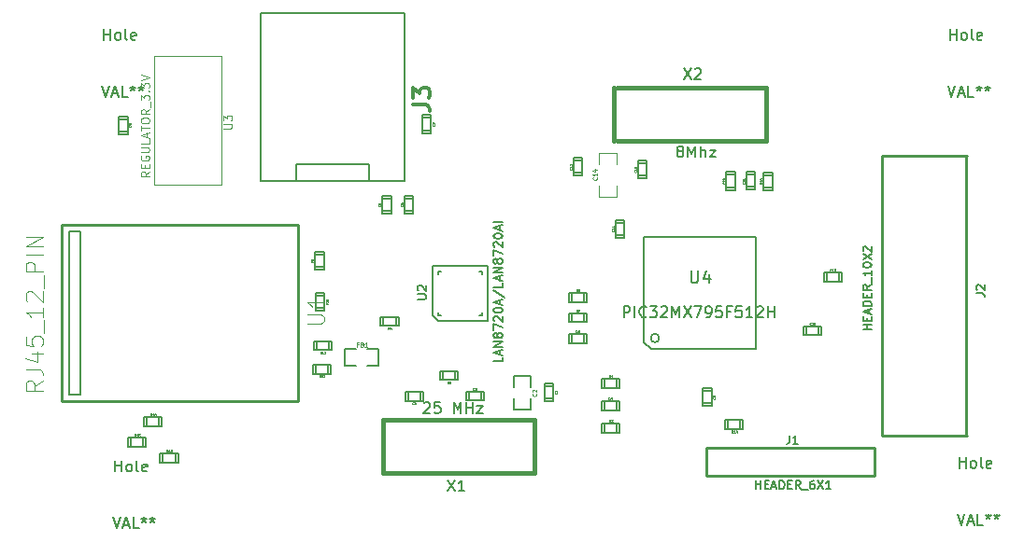
<source format=gto>
G04 (created by PCBNEW (2013-08-24 BZR 4298)-stable) date Wed 06 Nov 2013 10:08:36 PM PST*
%MOIN*%
G04 Gerber Fmt 3.4, Leading zero omitted, Abs format*
%FSLAX34Y34*%
G01*
G70*
G90*
G04 APERTURE LIST*
%ADD10C,0.005906*%
%ADD11C,0.005000*%
%ADD12C,0.010000*%
%ADD13C,0.007900*%
%ADD14C,0.003900*%
%ADD15C,0.015000*%
%ADD16C,0.008000*%
%ADD17C,0.005900*%
%ADD18C,0.001600*%
%ADD19C,0.007500*%
%ADD20C,0.012000*%
%ADD21C,0.003700*%
%ADD22C,0.006000*%
%ADD23C,0.007874*%
G04 APERTURE END LIST*
G54D10*
G54D11*
X15881Y-46758D02*
X15881Y-46438D01*
X15441Y-46448D02*
X15441Y-46758D01*
X15341Y-46438D02*
X15981Y-46438D01*
X15981Y-46438D02*
X15981Y-46758D01*
X15981Y-46758D02*
X15341Y-46758D01*
X15341Y-46758D02*
X15341Y-46438D01*
X15314Y-47494D02*
X15314Y-47174D01*
X14874Y-47184D02*
X14874Y-47494D01*
X14774Y-47174D02*
X15414Y-47174D01*
X15414Y-47174D02*
X15414Y-47494D01*
X15414Y-47494D02*
X14774Y-47494D01*
X14774Y-47494D02*
X14774Y-47174D01*
X36181Y-46532D02*
X36181Y-46852D01*
X36621Y-46842D02*
X36621Y-46532D01*
X36721Y-46852D02*
X36081Y-46852D01*
X36081Y-46852D02*
X36081Y-46532D01*
X36081Y-46532D02*
X36721Y-46532D01*
X36721Y-46532D02*
X36721Y-46852D01*
X16460Y-48049D02*
X16460Y-47729D01*
X16020Y-47739D02*
X16020Y-48049D01*
X15920Y-47729D02*
X16560Y-47729D01*
X16560Y-47729D02*
X16560Y-48049D01*
X16560Y-48049D02*
X15920Y-48049D01*
X15920Y-48049D02*
X15920Y-47729D01*
X21468Y-44560D02*
X21468Y-44880D01*
X21908Y-44870D02*
X21908Y-44560D01*
X22008Y-44880D02*
X21368Y-44880D01*
X21368Y-44880D02*
X21368Y-44560D01*
X21368Y-44560D02*
X22008Y-44560D01*
X22008Y-44560D02*
X22008Y-44880D01*
X21500Y-43710D02*
X21500Y-44030D01*
X21940Y-44020D02*
X21940Y-43710D01*
X22040Y-44030D02*
X21400Y-44030D01*
X21400Y-44030D02*
X21400Y-43710D01*
X21400Y-43710D02*
X22040Y-43710D01*
X22040Y-43710D02*
X22040Y-44030D01*
X21458Y-42531D02*
X21778Y-42531D01*
X21768Y-42091D02*
X21458Y-42091D01*
X21778Y-41991D02*
X21778Y-42631D01*
X21778Y-42631D02*
X21458Y-42631D01*
X21458Y-42631D02*
X21458Y-41991D01*
X21458Y-41991D02*
X21778Y-41991D01*
X21758Y-40618D02*
X21438Y-40618D01*
X21448Y-41058D02*
X21758Y-41058D01*
X21438Y-41158D02*
X21438Y-40518D01*
X21438Y-40518D02*
X21758Y-40518D01*
X21758Y-40518D02*
X21758Y-41158D01*
X21758Y-41158D02*
X21438Y-41158D01*
X31031Y-43793D02*
X31031Y-43473D01*
X30591Y-43483D02*
X30591Y-43793D01*
X30491Y-43473D02*
X31131Y-43473D01*
X31131Y-43473D02*
X31131Y-43793D01*
X31131Y-43793D02*
X30491Y-43793D01*
X30491Y-43793D02*
X30491Y-43473D01*
X31042Y-43041D02*
X31042Y-42721D01*
X30602Y-42731D02*
X30602Y-43041D01*
X30502Y-42721D02*
X31142Y-42721D01*
X31142Y-42721D02*
X31142Y-43041D01*
X31142Y-43041D02*
X30502Y-43041D01*
X30502Y-43041D02*
X30502Y-42721D01*
X31042Y-42321D02*
X31042Y-42001D01*
X30602Y-42011D02*
X30602Y-42321D01*
X30502Y-42001D02*
X31142Y-42001D01*
X31142Y-42001D02*
X31142Y-42321D01*
X31142Y-42321D02*
X30502Y-42321D01*
X30502Y-42321D02*
X30502Y-42001D01*
X26000Y-44780D02*
X26000Y-45100D01*
X26440Y-45090D02*
X26440Y-44780D01*
X26540Y-45100D02*
X25900Y-45100D01*
X25900Y-45100D02*
X25900Y-44780D01*
X25900Y-44780D02*
X26540Y-44780D01*
X26540Y-44780D02*
X26540Y-45100D01*
X32216Y-46990D02*
X32216Y-46670D01*
X31776Y-46680D02*
X31776Y-46990D01*
X31676Y-46670D02*
X32316Y-46670D01*
X32316Y-46670D02*
X32316Y-46990D01*
X32316Y-46990D02*
X31676Y-46990D01*
X31676Y-46990D02*
X31676Y-46670D01*
X32200Y-46195D02*
X32200Y-45875D01*
X31760Y-45885D02*
X31760Y-46195D01*
X31660Y-45875D02*
X32300Y-45875D01*
X32300Y-45875D02*
X32300Y-46195D01*
X32300Y-46195D02*
X31660Y-46195D01*
X31660Y-46195D02*
X31660Y-45875D01*
X32204Y-45392D02*
X32204Y-45072D01*
X31764Y-45082D02*
X31764Y-45392D01*
X31664Y-45072D02*
X32304Y-45072D01*
X32304Y-45072D02*
X32304Y-45392D01*
X32304Y-45392D02*
X31664Y-45392D01*
X31664Y-45392D02*
X31664Y-45072D01*
G54D12*
X41401Y-47531D02*
X35401Y-47531D01*
X41401Y-47531D02*
X41401Y-48531D01*
X41407Y-48537D02*
X35395Y-48537D01*
X35395Y-48537D02*
X35395Y-47529D01*
G54D11*
X37148Y-37768D02*
X36828Y-37768D01*
X36838Y-38208D02*
X37148Y-38208D01*
X36828Y-38308D02*
X36828Y-37668D01*
X36828Y-37668D02*
X37148Y-37668D01*
X37148Y-37668D02*
X37148Y-38308D01*
X37148Y-38308D02*
X36828Y-38308D01*
X36439Y-37772D02*
X36119Y-37772D01*
X36129Y-38212D02*
X36439Y-38212D01*
X36119Y-38312D02*
X36119Y-37672D01*
X36119Y-37672D02*
X36439Y-37672D01*
X36439Y-37672D02*
X36439Y-38312D01*
X36439Y-38312D02*
X36119Y-38312D01*
X33289Y-37358D02*
X32969Y-37358D01*
X32979Y-37798D02*
X33289Y-37798D01*
X32969Y-37898D02*
X32969Y-37258D01*
X32969Y-37258D02*
X33289Y-37258D01*
X33289Y-37258D02*
X33289Y-37898D01*
X33289Y-37898D02*
X32969Y-37898D01*
X37770Y-37783D02*
X37450Y-37783D01*
X37460Y-38223D02*
X37770Y-38223D01*
X37450Y-38323D02*
X37450Y-37683D01*
X37450Y-37683D02*
X37770Y-37683D01*
X37770Y-37683D02*
X37770Y-38323D01*
X37770Y-38323D02*
X37450Y-38323D01*
X30986Y-37260D02*
X30666Y-37260D01*
X30676Y-37700D02*
X30986Y-37700D01*
X30666Y-37800D02*
X30666Y-37160D01*
X30666Y-37160D02*
X30986Y-37160D01*
X30986Y-37160D02*
X30986Y-37800D01*
X30986Y-37800D02*
X30666Y-37800D01*
X40133Y-41593D02*
X40133Y-41273D01*
X39693Y-41283D02*
X39693Y-41593D01*
X39593Y-41273D02*
X40233Y-41273D01*
X40233Y-41273D02*
X40233Y-41593D01*
X40233Y-41593D02*
X39593Y-41593D01*
X39593Y-41593D02*
X39593Y-41273D01*
X32478Y-39476D02*
X32158Y-39476D01*
X32168Y-39916D02*
X32478Y-39916D01*
X32158Y-40016D02*
X32158Y-39376D01*
X32158Y-39376D02*
X32478Y-39376D01*
X32478Y-39376D02*
X32478Y-40016D01*
X32478Y-40016D02*
X32158Y-40016D01*
X39408Y-43502D02*
X39408Y-43182D01*
X38968Y-43192D02*
X38968Y-43502D01*
X38868Y-43182D02*
X39508Y-43182D01*
X39508Y-43182D02*
X39508Y-43502D01*
X39508Y-43502D02*
X38868Y-43502D01*
X38868Y-43502D02*
X38868Y-43182D01*
X14440Y-36220D02*
X14760Y-36220D01*
X14750Y-35780D02*
X14440Y-35780D01*
X14760Y-35680D02*
X14760Y-36320D01*
X14760Y-36320D02*
X14440Y-36320D01*
X14440Y-36320D02*
X14440Y-35680D01*
X14440Y-35680D02*
X14760Y-35680D01*
X35273Y-45940D02*
X35593Y-45940D01*
X35583Y-45500D02*
X35273Y-45500D01*
X35593Y-45400D02*
X35593Y-46040D01*
X35593Y-46040D02*
X35273Y-46040D01*
X35273Y-46040D02*
X35273Y-45400D01*
X35273Y-45400D02*
X35593Y-45400D01*
X25261Y-36180D02*
X25581Y-36180D01*
X25571Y-35740D02*
X25261Y-35740D01*
X25581Y-35640D02*
X25581Y-36280D01*
X25581Y-36280D02*
X25261Y-36280D01*
X25261Y-36280D02*
X25261Y-35640D01*
X25261Y-35640D02*
X25581Y-35640D01*
X24163Y-38622D02*
X23843Y-38622D01*
X23853Y-39062D02*
X24163Y-39062D01*
X23843Y-39162D02*
X23843Y-38522D01*
X23843Y-38522D02*
X24163Y-38522D01*
X24163Y-38522D02*
X24163Y-39162D01*
X24163Y-39162D02*
X23843Y-39162D01*
X24947Y-38614D02*
X24627Y-38614D01*
X24637Y-39054D02*
X24947Y-39054D01*
X24627Y-39154D02*
X24627Y-38514D01*
X24627Y-38514D02*
X24947Y-38514D01*
X24947Y-38514D02*
X24947Y-39154D01*
X24947Y-39154D02*
X24627Y-39154D01*
X24760Y-45528D02*
X24760Y-45848D01*
X25200Y-45838D02*
X25200Y-45528D01*
X25300Y-45848D02*
X24660Y-45848D01*
X24660Y-45848D02*
X24660Y-45528D01*
X24660Y-45528D02*
X25300Y-45528D01*
X25300Y-45528D02*
X25300Y-45848D01*
X27365Y-45841D02*
X27365Y-45521D01*
X26925Y-45531D02*
X26925Y-45841D01*
X26825Y-45521D02*
X27465Y-45521D01*
X27465Y-45521D02*
X27465Y-45841D01*
X27465Y-45841D02*
X26825Y-45841D01*
X26825Y-45841D02*
X26825Y-45521D01*
X29623Y-45767D02*
X29943Y-45767D01*
X29933Y-45327D02*
X29623Y-45327D01*
X29943Y-45227D02*
X29943Y-45867D01*
X29943Y-45867D02*
X29623Y-45867D01*
X29623Y-45867D02*
X29623Y-45227D01*
X29623Y-45227D02*
X29943Y-45227D01*
X23366Y-37992D02*
X23366Y-37381D01*
X23366Y-37381D02*
X20767Y-37381D01*
X20767Y-37381D02*
X20767Y-37982D01*
G54D13*
X24626Y-32008D02*
X24626Y-37992D01*
X24626Y-37992D02*
X19506Y-37992D01*
X19506Y-37992D02*
X19506Y-32008D01*
X19506Y-32008D02*
X24626Y-32008D01*
G54D10*
X13082Y-39787D02*
X12688Y-39787D01*
X12688Y-39787D02*
X12688Y-45614D01*
X12688Y-45614D02*
X13082Y-45614D01*
X13082Y-45614D02*
X13082Y-39787D01*
G54D12*
X20838Y-39551D02*
X20838Y-45850D01*
X20838Y-45850D02*
X12413Y-45850D01*
X12413Y-45850D02*
X12413Y-39551D01*
X12413Y-39551D02*
X20838Y-39551D01*
G54D14*
X18097Y-33538D02*
X18097Y-38138D01*
X18097Y-38138D02*
X15697Y-38138D01*
X15697Y-38138D02*
X15697Y-33538D01*
X15697Y-33538D02*
X18097Y-33538D01*
G54D11*
X28530Y-45355D02*
X28530Y-44955D01*
X28530Y-44955D02*
X29130Y-44955D01*
X29130Y-44955D02*
X29130Y-45355D01*
X29130Y-45755D02*
X29130Y-46155D01*
X29130Y-46155D02*
X28530Y-46155D01*
X28530Y-46155D02*
X28530Y-45755D01*
X22914Y-44603D02*
X22514Y-44603D01*
X22514Y-44603D02*
X22514Y-44003D01*
X22514Y-44003D02*
X22914Y-44003D01*
X23314Y-44003D02*
X23714Y-44003D01*
X23714Y-44003D02*
X23714Y-44603D01*
X23714Y-44603D02*
X23314Y-44603D01*
G54D15*
X37540Y-34654D02*
X37540Y-36546D01*
X32112Y-34660D02*
X32112Y-36552D01*
X32228Y-36546D02*
X37430Y-36546D01*
X32226Y-34648D02*
X37428Y-34648D01*
X23860Y-48416D02*
X23860Y-46524D01*
X29288Y-48410D02*
X29288Y-46518D01*
X29172Y-46524D02*
X23970Y-46524D01*
X29174Y-48422D02*
X23972Y-48422D01*
G54D16*
X33723Y-43603D02*
G75*
G03X33723Y-43603I-150J0D01*
G74*
G01*
X37173Y-40003D02*
X33173Y-40003D01*
X33173Y-40003D02*
X33173Y-43753D01*
X33173Y-43753D02*
X33423Y-44003D01*
X33423Y-44003D02*
X37173Y-44003D01*
X37173Y-44003D02*
X37173Y-40003D01*
G54D14*
X32203Y-38169D02*
X32203Y-38569D01*
X32189Y-38571D02*
X31589Y-38571D01*
X31565Y-38571D02*
X31565Y-38171D01*
X31563Y-37387D02*
X31563Y-36987D01*
X31589Y-36981D02*
X32189Y-36981D01*
X32211Y-36983D02*
X32211Y-37383D01*
G54D12*
X41714Y-37106D02*
X44714Y-37106D01*
X41685Y-37106D02*
X41685Y-47106D01*
X44685Y-37106D02*
X44685Y-47106D01*
X44714Y-47106D02*
X41714Y-47106D01*
G54D11*
X23886Y-42855D02*
X23886Y-43175D01*
X24326Y-43165D02*
X24326Y-42855D01*
X24426Y-43175D02*
X23786Y-43175D01*
X23786Y-43175D02*
X23786Y-42855D01*
X23786Y-42855D02*
X24426Y-42855D01*
X24426Y-42855D02*
X24426Y-43175D01*
G54D17*
X25638Y-42803D02*
X25638Y-41039D01*
X25834Y-42999D02*
X27598Y-42999D01*
X25834Y-42999D02*
X25638Y-42803D01*
G54D13*
X25932Y-42803D02*
X25834Y-42803D01*
X25834Y-42803D02*
X25834Y-42705D01*
X27402Y-42705D02*
X27402Y-42803D01*
X27402Y-42803D02*
X27304Y-42803D01*
X27304Y-41235D02*
X27402Y-41235D01*
X27402Y-41235D02*
X27402Y-41333D01*
X25834Y-41333D02*
X25834Y-41235D01*
X25834Y-41235D02*
X25932Y-41235D01*
G54D17*
X27598Y-41039D02*
X27598Y-42999D01*
X25638Y-41039D02*
X27598Y-41039D01*
G54D18*
X15610Y-46384D02*
X15584Y-46346D01*
X15565Y-46384D02*
X15565Y-46305D01*
X15595Y-46305D01*
X15603Y-46308D01*
X15606Y-46312D01*
X15610Y-46320D01*
X15610Y-46331D01*
X15606Y-46339D01*
X15603Y-46342D01*
X15595Y-46346D01*
X15565Y-46346D01*
X15685Y-46384D02*
X15640Y-46384D01*
X15663Y-46384D02*
X15663Y-46305D01*
X15655Y-46316D01*
X15648Y-46323D01*
X15640Y-46327D01*
X15753Y-46305D02*
X15738Y-46305D01*
X15731Y-46308D01*
X15727Y-46312D01*
X15719Y-46323D01*
X15715Y-46339D01*
X15715Y-46369D01*
X15719Y-46376D01*
X15723Y-46380D01*
X15731Y-46384D01*
X15746Y-46384D01*
X15753Y-46380D01*
X15757Y-46376D01*
X15761Y-46369D01*
X15761Y-46350D01*
X15757Y-46342D01*
X15753Y-46339D01*
X15746Y-46335D01*
X15731Y-46335D01*
X15723Y-46339D01*
X15719Y-46342D01*
X15715Y-46350D01*
X15043Y-47120D02*
X15017Y-47082D01*
X14998Y-47120D02*
X14998Y-47041D01*
X15028Y-47041D01*
X15036Y-47045D01*
X15039Y-47048D01*
X15043Y-47056D01*
X15043Y-47067D01*
X15039Y-47075D01*
X15036Y-47079D01*
X15028Y-47082D01*
X14998Y-47082D01*
X15118Y-47120D02*
X15073Y-47120D01*
X15096Y-47120D02*
X15096Y-47041D01*
X15088Y-47052D01*
X15081Y-47060D01*
X15073Y-47063D01*
X15190Y-47041D02*
X15152Y-47041D01*
X15149Y-47079D01*
X15152Y-47075D01*
X15160Y-47071D01*
X15179Y-47071D01*
X15186Y-47075D01*
X15190Y-47079D01*
X15194Y-47086D01*
X15194Y-47105D01*
X15190Y-47112D01*
X15186Y-47116D01*
X15179Y-47120D01*
X15160Y-47120D01*
X15152Y-47116D01*
X15149Y-47112D01*
X36350Y-46978D02*
X36324Y-46941D01*
X36305Y-46978D02*
X36305Y-46899D01*
X36335Y-46899D01*
X36343Y-46903D01*
X36347Y-46907D01*
X36350Y-46914D01*
X36350Y-46925D01*
X36347Y-46933D01*
X36343Y-46937D01*
X36335Y-46941D01*
X36305Y-46941D01*
X36426Y-46978D02*
X36380Y-46978D01*
X36403Y-46978D02*
X36403Y-46899D01*
X36395Y-46910D01*
X36388Y-46918D01*
X36380Y-46922D01*
X36493Y-46925D02*
X36493Y-46978D01*
X36474Y-46895D02*
X36456Y-46952D01*
X36505Y-46952D01*
X16189Y-47675D02*
X16163Y-47637D01*
X16144Y-47675D02*
X16144Y-47596D01*
X16174Y-47596D01*
X16181Y-47600D01*
X16185Y-47604D01*
X16189Y-47611D01*
X16189Y-47622D01*
X16185Y-47630D01*
X16181Y-47634D01*
X16174Y-47637D01*
X16144Y-47637D01*
X16264Y-47675D02*
X16219Y-47675D01*
X16242Y-47675D02*
X16242Y-47596D01*
X16234Y-47607D01*
X16226Y-47615D01*
X16219Y-47619D01*
X16290Y-47596D02*
X16339Y-47596D01*
X16313Y-47626D01*
X16324Y-47626D01*
X16332Y-47630D01*
X16336Y-47634D01*
X16339Y-47641D01*
X16339Y-47660D01*
X16336Y-47667D01*
X16332Y-47671D01*
X16324Y-47675D01*
X16302Y-47675D01*
X16294Y-47671D01*
X16290Y-47667D01*
X21638Y-45006D02*
X21611Y-44968D01*
X21593Y-45006D02*
X21593Y-44927D01*
X21623Y-44927D01*
X21630Y-44930D01*
X21634Y-44934D01*
X21638Y-44942D01*
X21638Y-44953D01*
X21634Y-44961D01*
X21630Y-44964D01*
X21623Y-44968D01*
X21593Y-44968D01*
X21713Y-45006D02*
X21668Y-45006D01*
X21690Y-45006D02*
X21690Y-44927D01*
X21683Y-44938D01*
X21675Y-44946D01*
X21668Y-44949D01*
X21743Y-44934D02*
X21747Y-44930D01*
X21754Y-44927D01*
X21773Y-44927D01*
X21781Y-44930D01*
X21784Y-44934D01*
X21788Y-44942D01*
X21788Y-44949D01*
X21784Y-44961D01*
X21739Y-45006D01*
X21788Y-45006D01*
X21669Y-44155D02*
X21643Y-44118D01*
X21624Y-44155D02*
X21624Y-44076D01*
X21654Y-44076D01*
X21662Y-44080D01*
X21665Y-44084D01*
X21669Y-44091D01*
X21669Y-44103D01*
X21665Y-44110D01*
X21662Y-44114D01*
X21654Y-44118D01*
X21624Y-44118D01*
X21744Y-44155D02*
X21699Y-44155D01*
X21722Y-44155D02*
X21722Y-44076D01*
X21714Y-44088D01*
X21707Y-44095D01*
X21699Y-44099D01*
X21820Y-44155D02*
X21775Y-44155D01*
X21797Y-44155D02*
X21797Y-44076D01*
X21790Y-44088D01*
X21782Y-44095D01*
X21775Y-44099D01*
X21903Y-42361D02*
X21866Y-42388D01*
X21903Y-42406D02*
X21824Y-42406D01*
X21824Y-42376D01*
X21828Y-42369D01*
X21832Y-42365D01*
X21839Y-42361D01*
X21851Y-42361D01*
X21858Y-42365D01*
X21862Y-42369D01*
X21866Y-42376D01*
X21866Y-42406D01*
X21903Y-42286D02*
X21903Y-42331D01*
X21903Y-42309D02*
X21824Y-42309D01*
X21836Y-42316D01*
X21843Y-42324D01*
X21847Y-42331D01*
X21824Y-42237D02*
X21824Y-42230D01*
X21828Y-42222D01*
X21832Y-42218D01*
X21839Y-42215D01*
X21854Y-42211D01*
X21873Y-42211D01*
X21888Y-42215D01*
X21896Y-42218D01*
X21900Y-42222D01*
X21903Y-42230D01*
X21903Y-42237D01*
X21900Y-42245D01*
X21896Y-42248D01*
X21888Y-42252D01*
X21873Y-42256D01*
X21854Y-42256D01*
X21839Y-42252D01*
X21832Y-42248D01*
X21828Y-42245D01*
X21824Y-42237D01*
X21384Y-40851D02*
X21346Y-40878D01*
X21384Y-40896D02*
X21305Y-40896D01*
X21305Y-40866D01*
X21308Y-40859D01*
X21312Y-40855D01*
X21320Y-40851D01*
X21331Y-40851D01*
X21339Y-40855D01*
X21342Y-40859D01*
X21346Y-40866D01*
X21346Y-40896D01*
X21384Y-40814D02*
X21384Y-40799D01*
X21380Y-40791D01*
X21376Y-40787D01*
X21365Y-40780D01*
X21350Y-40776D01*
X21320Y-40776D01*
X21312Y-40780D01*
X21308Y-40784D01*
X21305Y-40791D01*
X21305Y-40806D01*
X21308Y-40814D01*
X21312Y-40817D01*
X21320Y-40821D01*
X21339Y-40821D01*
X21346Y-40817D01*
X21350Y-40814D01*
X21354Y-40806D01*
X21354Y-40791D01*
X21350Y-40784D01*
X21346Y-40780D01*
X21339Y-40776D01*
X30797Y-43419D02*
X30771Y-43381D01*
X30752Y-43419D02*
X30752Y-43340D01*
X30782Y-43340D01*
X30790Y-43344D01*
X30794Y-43348D01*
X30797Y-43355D01*
X30797Y-43366D01*
X30794Y-43374D01*
X30790Y-43378D01*
X30782Y-43381D01*
X30752Y-43381D01*
X30843Y-43374D02*
X30835Y-43370D01*
X30831Y-43366D01*
X30827Y-43359D01*
X30827Y-43355D01*
X30831Y-43348D01*
X30835Y-43344D01*
X30843Y-43340D01*
X30858Y-43340D01*
X30865Y-43344D01*
X30869Y-43348D01*
X30873Y-43355D01*
X30873Y-43359D01*
X30869Y-43366D01*
X30865Y-43370D01*
X30858Y-43374D01*
X30843Y-43374D01*
X30835Y-43378D01*
X30831Y-43381D01*
X30827Y-43389D01*
X30827Y-43404D01*
X30831Y-43412D01*
X30835Y-43415D01*
X30843Y-43419D01*
X30858Y-43419D01*
X30865Y-43415D01*
X30869Y-43412D01*
X30873Y-43404D01*
X30873Y-43389D01*
X30869Y-43381D01*
X30865Y-43378D01*
X30858Y-43374D01*
X30809Y-42667D02*
X30783Y-42630D01*
X30764Y-42667D02*
X30764Y-42588D01*
X30794Y-42588D01*
X30802Y-42592D01*
X30805Y-42596D01*
X30809Y-42603D01*
X30809Y-42614D01*
X30805Y-42622D01*
X30802Y-42626D01*
X30794Y-42630D01*
X30764Y-42630D01*
X30836Y-42588D02*
X30888Y-42588D01*
X30854Y-42667D01*
X30809Y-41947D02*
X30783Y-41909D01*
X30764Y-41947D02*
X30764Y-41868D01*
X30794Y-41868D01*
X30802Y-41871D01*
X30805Y-41875D01*
X30809Y-41883D01*
X30809Y-41894D01*
X30805Y-41902D01*
X30802Y-41905D01*
X30794Y-41909D01*
X30764Y-41909D01*
X30877Y-41868D02*
X30862Y-41868D01*
X30854Y-41871D01*
X30851Y-41875D01*
X30843Y-41886D01*
X30839Y-41902D01*
X30839Y-41932D01*
X30843Y-41939D01*
X30847Y-41943D01*
X30854Y-41947D01*
X30869Y-41947D01*
X30877Y-41943D01*
X30881Y-41939D01*
X30884Y-41932D01*
X30884Y-41913D01*
X30881Y-41905D01*
X30877Y-41902D01*
X30869Y-41898D01*
X30854Y-41898D01*
X30847Y-41902D01*
X30843Y-41905D01*
X30839Y-41913D01*
X26207Y-45226D02*
X26180Y-45189D01*
X26162Y-45226D02*
X26162Y-45147D01*
X26192Y-45147D01*
X26199Y-45151D01*
X26203Y-45155D01*
X26207Y-45162D01*
X26207Y-45174D01*
X26203Y-45181D01*
X26199Y-45185D01*
X26192Y-45189D01*
X26162Y-45189D01*
X26278Y-45147D02*
X26241Y-45147D01*
X26237Y-45185D01*
X26241Y-45181D01*
X26248Y-45177D01*
X26267Y-45177D01*
X26275Y-45181D01*
X26278Y-45185D01*
X26282Y-45192D01*
X26282Y-45211D01*
X26278Y-45219D01*
X26275Y-45222D01*
X26267Y-45226D01*
X26248Y-45226D01*
X26241Y-45222D01*
X26237Y-45219D01*
X31982Y-46616D02*
X31956Y-46578D01*
X31937Y-46616D02*
X31937Y-46537D01*
X31967Y-46537D01*
X31975Y-46541D01*
X31979Y-46544D01*
X31982Y-46552D01*
X31982Y-46563D01*
X31979Y-46571D01*
X31975Y-46575D01*
X31967Y-46578D01*
X31937Y-46578D01*
X32009Y-46537D02*
X32058Y-46537D01*
X32031Y-46567D01*
X32043Y-46567D01*
X32050Y-46571D01*
X32054Y-46575D01*
X32058Y-46582D01*
X32058Y-46601D01*
X32054Y-46608D01*
X32050Y-46612D01*
X32043Y-46616D01*
X32020Y-46616D01*
X32012Y-46612D01*
X32009Y-46608D01*
X31967Y-45821D02*
X31940Y-45783D01*
X31922Y-45821D02*
X31922Y-45742D01*
X31952Y-45742D01*
X31959Y-45745D01*
X31963Y-45749D01*
X31967Y-45757D01*
X31967Y-45768D01*
X31963Y-45776D01*
X31959Y-45779D01*
X31952Y-45783D01*
X31922Y-45783D01*
X31997Y-45749D02*
X32001Y-45745D01*
X32008Y-45742D01*
X32027Y-45742D01*
X32034Y-45745D01*
X32038Y-45749D01*
X32042Y-45757D01*
X32042Y-45764D01*
X32038Y-45776D01*
X31993Y-45821D01*
X32042Y-45821D01*
X31971Y-45018D02*
X31944Y-44980D01*
X31925Y-45018D02*
X31925Y-44939D01*
X31956Y-44939D01*
X31963Y-44942D01*
X31967Y-44946D01*
X31971Y-44954D01*
X31971Y-44965D01*
X31967Y-44972D01*
X31963Y-44976D01*
X31956Y-44980D01*
X31925Y-44980D01*
X32046Y-45018D02*
X32001Y-45018D01*
X32023Y-45018D02*
X32023Y-44939D01*
X32016Y-44950D01*
X32008Y-44957D01*
X32001Y-44961D01*
G54D19*
X38371Y-47085D02*
X38371Y-47299D01*
X38357Y-47342D01*
X38328Y-47370D01*
X38285Y-47385D01*
X38257Y-47385D01*
X38671Y-47385D02*
X38500Y-47385D01*
X38585Y-47385D02*
X38585Y-47085D01*
X38557Y-47128D01*
X38528Y-47156D01*
X38500Y-47170D01*
X37179Y-48999D02*
X37179Y-48699D01*
X37179Y-48842D02*
X37350Y-48842D01*
X37350Y-48999D02*
X37350Y-48699D01*
X37493Y-48842D02*
X37593Y-48842D01*
X37636Y-48999D02*
X37493Y-48999D01*
X37493Y-48699D01*
X37636Y-48699D01*
X37750Y-48913D02*
X37893Y-48913D01*
X37721Y-48999D02*
X37821Y-48699D01*
X37921Y-48999D01*
X38021Y-48999D02*
X38021Y-48699D01*
X38093Y-48699D01*
X38136Y-48713D01*
X38164Y-48742D01*
X38179Y-48770D01*
X38193Y-48827D01*
X38193Y-48870D01*
X38179Y-48927D01*
X38164Y-48956D01*
X38136Y-48984D01*
X38093Y-48999D01*
X38021Y-48999D01*
X38321Y-48842D02*
X38421Y-48842D01*
X38464Y-48999D02*
X38321Y-48999D01*
X38321Y-48699D01*
X38464Y-48699D01*
X38764Y-48999D02*
X38664Y-48856D01*
X38593Y-48999D02*
X38593Y-48699D01*
X38707Y-48699D01*
X38736Y-48713D01*
X38750Y-48727D01*
X38764Y-48756D01*
X38764Y-48799D01*
X38750Y-48827D01*
X38736Y-48842D01*
X38707Y-48856D01*
X38593Y-48856D01*
X38821Y-49027D02*
X39050Y-49027D01*
X39250Y-48699D02*
X39193Y-48699D01*
X39164Y-48713D01*
X39150Y-48727D01*
X39121Y-48770D01*
X39107Y-48827D01*
X39107Y-48942D01*
X39121Y-48970D01*
X39136Y-48984D01*
X39164Y-48999D01*
X39221Y-48999D01*
X39250Y-48984D01*
X39264Y-48970D01*
X39279Y-48942D01*
X39279Y-48870D01*
X39264Y-48842D01*
X39250Y-48827D01*
X39221Y-48813D01*
X39164Y-48813D01*
X39136Y-48827D01*
X39121Y-48842D01*
X39107Y-48870D01*
X39379Y-48699D02*
X39579Y-48999D01*
X39579Y-48699D02*
X39379Y-48999D01*
X39850Y-48999D02*
X39679Y-48999D01*
X39764Y-48999D02*
X39764Y-48699D01*
X39736Y-48742D01*
X39707Y-48770D01*
X39679Y-48784D01*
G54D18*
X36766Y-38038D02*
X36770Y-38042D01*
X36773Y-38054D01*
X36773Y-38061D01*
X36770Y-38072D01*
X36762Y-38080D01*
X36755Y-38084D01*
X36740Y-38087D01*
X36728Y-38087D01*
X36713Y-38084D01*
X36706Y-38080D01*
X36698Y-38072D01*
X36694Y-38061D01*
X36694Y-38054D01*
X36698Y-38042D01*
X36702Y-38038D01*
X36702Y-38008D02*
X36698Y-38005D01*
X36694Y-37997D01*
X36694Y-37978D01*
X36698Y-37971D01*
X36702Y-37967D01*
X36709Y-37963D01*
X36717Y-37963D01*
X36728Y-37967D01*
X36773Y-38012D01*
X36773Y-37963D01*
X36773Y-37888D02*
X36773Y-37933D01*
X36773Y-37911D02*
X36694Y-37911D01*
X36706Y-37918D01*
X36713Y-37926D01*
X36717Y-37933D01*
X36057Y-38042D02*
X36061Y-38046D01*
X36065Y-38057D01*
X36065Y-38065D01*
X36061Y-38076D01*
X36053Y-38084D01*
X36046Y-38088D01*
X36031Y-38091D01*
X36020Y-38091D01*
X36005Y-38088D01*
X35997Y-38084D01*
X35990Y-38076D01*
X35986Y-38065D01*
X35986Y-38057D01*
X35990Y-38046D01*
X35993Y-38042D01*
X35993Y-38012D02*
X35990Y-38009D01*
X35986Y-38001D01*
X35986Y-37982D01*
X35990Y-37975D01*
X35993Y-37971D01*
X36001Y-37967D01*
X36008Y-37967D01*
X36020Y-37971D01*
X36065Y-38016D01*
X36065Y-37967D01*
X35986Y-37918D02*
X35986Y-37911D01*
X35990Y-37903D01*
X35993Y-37899D01*
X36001Y-37896D01*
X36016Y-37892D01*
X36035Y-37892D01*
X36050Y-37896D01*
X36057Y-37899D01*
X36061Y-37903D01*
X36065Y-37911D01*
X36065Y-37918D01*
X36061Y-37926D01*
X36057Y-37930D01*
X36050Y-37933D01*
X36035Y-37937D01*
X36016Y-37937D01*
X36001Y-37933D01*
X35993Y-37930D01*
X35990Y-37926D01*
X35986Y-37918D01*
X32908Y-37629D02*
X32911Y-37633D01*
X32915Y-37644D01*
X32915Y-37652D01*
X32911Y-37663D01*
X32904Y-37670D01*
X32896Y-37674D01*
X32881Y-37678D01*
X32870Y-37678D01*
X32855Y-37674D01*
X32847Y-37670D01*
X32840Y-37663D01*
X32836Y-37652D01*
X32836Y-37644D01*
X32840Y-37633D01*
X32844Y-37629D01*
X32915Y-37554D02*
X32915Y-37599D01*
X32915Y-37576D02*
X32836Y-37576D01*
X32847Y-37584D01*
X32855Y-37591D01*
X32859Y-37599D01*
X32915Y-37516D02*
X32915Y-37501D01*
X32911Y-37494D01*
X32908Y-37490D01*
X32896Y-37482D01*
X32881Y-37479D01*
X32851Y-37479D01*
X32844Y-37482D01*
X32840Y-37486D01*
X32836Y-37494D01*
X32836Y-37509D01*
X32840Y-37516D01*
X32844Y-37520D01*
X32851Y-37524D01*
X32870Y-37524D01*
X32878Y-37520D01*
X32881Y-37516D01*
X32885Y-37509D01*
X32885Y-37494D01*
X32881Y-37486D01*
X32878Y-37482D01*
X32870Y-37479D01*
X37388Y-38054D02*
X37392Y-38058D01*
X37395Y-38069D01*
X37395Y-38077D01*
X37392Y-38088D01*
X37384Y-38096D01*
X37377Y-38099D01*
X37362Y-38103D01*
X37350Y-38103D01*
X37335Y-38099D01*
X37328Y-38096D01*
X37320Y-38088D01*
X37316Y-38077D01*
X37316Y-38069D01*
X37320Y-38058D01*
X37324Y-38054D01*
X37395Y-37979D02*
X37395Y-38024D01*
X37395Y-38002D02*
X37316Y-38002D01*
X37328Y-38009D01*
X37335Y-38017D01*
X37339Y-38024D01*
X37350Y-37934D02*
X37347Y-37941D01*
X37343Y-37945D01*
X37335Y-37949D01*
X37332Y-37949D01*
X37324Y-37945D01*
X37320Y-37941D01*
X37316Y-37934D01*
X37316Y-37919D01*
X37320Y-37911D01*
X37324Y-37908D01*
X37332Y-37904D01*
X37335Y-37904D01*
X37343Y-37908D01*
X37347Y-37911D01*
X37350Y-37919D01*
X37350Y-37934D01*
X37354Y-37941D01*
X37358Y-37945D01*
X37365Y-37949D01*
X37380Y-37949D01*
X37388Y-37945D01*
X37392Y-37941D01*
X37395Y-37934D01*
X37395Y-37919D01*
X37392Y-37911D01*
X37388Y-37908D01*
X37380Y-37904D01*
X37365Y-37904D01*
X37358Y-37908D01*
X37354Y-37911D01*
X37350Y-37919D01*
X30604Y-37531D02*
X30608Y-37534D01*
X30612Y-37546D01*
X30612Y-37553D01*
X30608Y-37564D01*
X30601Y-37572D01*
X30593Y-37576D01*
X30578Y-37580D01*
X30567Y-37580D01*
X30552Y-37576D01*
X30544Y-37572D01*
X30537Y-37564D01*
X30533Y-37553D01*
X30533Y-37546D01*
X30537Y-37534D01*
X30541Y-37531D01*
X30612Y-37455D02*
X30612Y-37501D01*
X30612Y-37478D02*
X30533Y-37478D01*
X30544Y-37485D01*
X30552Y-37493D01*
X30556Y-37501D01*
X30533Y-37429D02*
X30533Y-37380D01*
X30563Y-37406D01*
X30563Y-37395D01*
X30567Y-37388D01*
X30571Y-37384D01*
X30578Y-37380D01*
X30597Y-37380D01*
X30604Y-37384D01*
X30608Y-37388D01*
X30612Y-37395D01*
X30612Y-37418D01*
X30608Y-37425D01*
X30604Y-37429D01*
X39862Y-41211D02*
X39858Y-41215D01*
X39847Y-41218D01*
X39840Y-41218D01*
X39828Y-41215D01*
X39821Y-41207D01*
X39817Y-41199D01*
X39813Y-41184D01*
X39813Y-41173D01*
X39817Y-41158D01*
X39821Y-41151D01*
X39828Y-41143D01*
X39840Y-41139D01*
X39847Y-41139D01*
X39858Y-41143D01*
X39862Y-41147D01*
X39937Y-41218D02*
X39892Y-41218D01*
X39915Y-41218D02*
X39915Y-41139D01*
X39907Y-41151D01*
X39900Y-41158D01*
X39892Y-41162D01*
X39967Y-41147D02*
X39971Y-41143D01*
X39979Y-41139D01*
X39998Y-41139D01*
X40005Y-41143D01*
X40009Y-41147D01*
X40013Y-41154D01*
X40013Y-41162D01*
X40009Y-41173D01*
X39964Y-41218D01*
X40013Y-41218D01*
X32097Y-39747D02*
X32100Y-39751D01*
X32104Y-39762D01*
X32104Y-39770D01*
X32100Y-39781D01*
X32093Y-39789D01*
X32085Y-39792D01*
X32070Y-39796D01*
X32059Y-39796D01*
X32044Y-39792D01*
X32036Y-39789D01*
X32029Y-39781D01*
X32025Y-39770D01*
X32025Y-39762D01*
X32029Y-39751D01*
X32033Y-39747D01*
X32104Y-39672D02*
X32104Y-39717D01*
X32104Y-39694D02*
X32025Y-39694D01*
X32036Y-39702D01*
X32044Y-39710D01*
X32048Y-39717D01*
X32104Y-39597D02*
X32104Y-39642D01*
X32104Y-39619D02*
X32025Y-39619D01*
X32036Y-39627D01*
X32044Y-39634D01*
X32048Y-39642D01*
X39138Y-43120D02*
X39134Y-43124D01*
X39123Y-43128D01*
X39115Y-43128D01*
X39104Y-43124D01*
X39096Y-43116D01*
X39093Y-43109D01*
X39089Y-43094D01*
X39089Y-43083D01*
X39093Y-43068D01*
X39096Y-43060D01*
X39104Y-43053D01*
X39115Y-43049D01*
X39123Y-43049D01*
X39134Y-43053D01*
X39138Y-43056D01*
X39213Y-43128D02*
X39168Y-43128D01*
X39190Y-43128D02*
X39190Y-43049D01*
X39183Y-43060D01*
X39175Y-43068D01*
X39168Y-43071D01*
X39262Y-43049D02*
X39269Y-43049D01*
X39277Y-43053D01*
X39281Y-43056D01*
X39284Y-43064D01*
X39288Y-43079D01*
X39288Y-43098D01*
X39284Y-43113D01*
X39281Y-43120D01*
X39277Y-43124D01*
X39269Y-43128D01*
X39262Y-43128D01*
X39254Y-43124D01*
X39251Y-43120D01*
X39247Y-43113D01*
X39243Y-43098D01*
X39243Y-43079D01*
X39247Y-43064D01*
X39251Y-43056D01*
X39254Y-43053D01*
X39262Y-43049D01*
X14878Y-36013D02*
X14881Y-36016D01*
X14885Y-36028D01*
X14885Y-36035D01*
X14881Y-36047D01*
X14874Y-36054D01*
X14866Y-36058D01*
X14851Y-36062D01*
X14840Y-36062D01*
X14825Y-36058D01*
X14818Y-36054D01*
X14810Y-36047D01*
X14806Y-36035D01*
X14806Y-36028D01*
X14810Y-36016D01*
X14814Y-36013D01*
X14885Y-35975D02*
X14885Y-35960D01*
X14881Y-35952D01*
X14878Y-35949D01*
X14866Y-35941D01*
X14851Y-35937D01*
X14821Y-35937D01*
X14814Y-35941D01*
X14810Y-35945D01*
X14806Y-35952D01*
X14806Y-35968D01*
X14810Y-35975D01*
X14814Y-35979D01*
X14821Y-35983D01*
X14840Y-35983D01*
X14848Y-35979D01*
X14851Y-35975D01*
X14855Y-35968D01*
X14855Y-35952D01*
X14851Y-35945D01*
X14848Y-35941D01*
X14840Y-35937D01*
X35711Y-45733D02*
X35715Y-45737D01*
X35718Y-45748D01*
X35718Y-45756D01*
X35715Y-45767D01*
X35707Y-45775D01*
X35699Y-45778D01*
X35684Y-45782D01*
X35673Y-45782D01*
X35658Y-45778D01*
X35651Y-45775D01*
X35643Y-45767D01*
X35639Y-45756D01*
X35639Y-45748D01*
X35643Y-45737D01*
X35647Y-45733D01*
X35673Y-45688D02*
X35669Y-45696D01*
X35666Y-45699D01*
X35658Y-45703D01*
X35654Y-45703D01*
X35647Y-45699D01*
X35643Y-45696D01*
X35639Y-45688D01*
X35639Y-45673D01*
X35643Y-45665D01*
X35647Y-45662D01*
X35654Y-45658D01*
X35658Y-45658D01*
X35666Y-45662D01*
X35669Y-45665D01*
X35673Y-45673D01*
X35673Y-45688D01*
X35677Y-45696D01*
X35681Y-45699D01*
X35688Y-45703D01*
X35703Y-45703D01*
X35711Y-45699D01*
X35715Y-45696D01*
X35718Y-45688D01*
X35718Y-45673D01*
X35715Y-45665D01*
X35711Y-45662D01*
X35703Y-45658D01*
X35688Y-45658D01*
X35681Y-45662D01*
X35677Y-45665D01*
X35673Y-45673D01*
X25699Y-35973D02*
X25703Y-35977D01*
X25706Y-35988D01*
X25706Y-35996D01*
X25703Y-36007D01*
X25695Y-36015D01*
X25688Y-36018D01*
X25673Y-36022D01*
X25661Y-36022D01*
X25646Y-36018D01*
X25639Y-36015D01*
X25631Y-36007D01*
X25627Y-35996D01*
X25627Y-35988D01*
X25631Y-35977D01*
X25635Y-35973D01*
X25627Y-35947D02*
X25627Y-35894D01*
X25706Y-35928D01*
X23782Y-38855D02*
X23785Y-38859D01*
X23789Y-38870D01*
X23789Y-38878D01*
X23785Y-38889D01*
X23778Y-38897D01*
X23770Y-38900D01*
X23755Y-38904D01*
X23744Y-38904D01*
X23729Y-38900D01*
X23721Y-38897D01*
X23714Y-38889D01*
X23710Y-38878D01*
X23710Y-38870D01*
X23714Y-38859D01*
X23718Y-38855D01*
X23710Y-38787D02*
X23710Y-38803D01*
X23714Y-38810D01*
X23718Y-38814D01*
X23729Y-38821D01*
X23744Y-38825D01*
X23774Y-38825D01*
X23782Y-38821D01*
X23785Y-38818D01*
X23789Y-38810D01*
X23789Y-38795D01*
X23785Y-38787D01*
X23782Y-38784D01*
X23774Y-38780D01*
X23755Y-38780D01*
X23748Y-38784D01*
X23744Y-38787D01*
X23740Y-38795D01*
X23740Y-38810D01*
X23744Y-38818D01*
X23748Y-38821D01*
X23755Y-38825D01*
X24565Y-38847D02*
X24569Y-38851D01*
X24573Y-38862D01*
X24573Y-38870D01*
X24569Y-38881D01*
X24561Y-38889D01*
X24554Y-38892D01*
X24539Y-38896D01*
X24527Y-38896D01*
X24512Y-38892D01*
X24505Y-38889D01*
X24497Y-38881D01*
X24494Y-38870D01*
X24494Y-38862D01*
X24497Y-38851D01*
X24501Y-38847D01*
X24494Y-38776D02*
X24494Y-38813D01*
X24531Y-38817D01*
X24527Y-38813D01*
X24524Y-38806D01*
X24524Y-38787D01*
X24527Y-38780D01*
X24531Y-38776D01*
X24539Y-38772D01*
X24558Y-38772D01*
X24565Y-38776D01*
X24569Y-38780D01*
X24573Y-38787D01*
X24573Y-38806D01*
X24569Y-38813D01*
X24565Y-38817D01*
X24967Y-45967D02*
X24963Y-45970D01*
X24952Y-45974D01*
X24944Y-45974D01*
X24933Y-45970D01*
X24925Y-45963D01*
X24922Y-45955D01*
X24918Y-45940D01*
X24918Y-45929D01*
X24922Y-45914D01*
X24925Y-45907D01*
X24933Y-45899D01*
X24944Y-45895D01*
X24952Y-45895D01*
X24963Y-45899D01*
X24967Y-45903D01*
X25034Y-45922D02*
X25034Y-45974D01*
X25016Y-45891D02*
X24997Y-45948D01*
X25046Y-45948D01*
X27132Y-45459D02*
X27128Y-45463D01*
X27117Y-45466D01*
X27109Y-45466D01*
X27098Y-45463D01*
X27091Y-45455D01*
X27087Y-45448D01*
X27083Y-45432D01*
X27083Y-45421D01*
X27087Y-45406D01*
X27091Y-45399D01*
X27098Y-45391D01*
X27109Y-45387D01*
X27117Y-45387D01*
X27128Y-45391D01*
X27132Y-45395D01*
X27158Y-45387D02*
X27207Y-45387D01*
X27181Y-45417D01*
X27192Y-45417D01*
X27200Y-45421D01*
X27203Y-45425D01*
X27207Y-45432D01*
X27207Y-45451D01*
X27203Y-45459D01*
X27200Y-45463D01*
X27192Y-45466D01*
X27170Y-45466D01*
X27162Y-45463D01*
X27158Y-45459D01*
X30061Y-45560D02*
X30065Y-45564D01*
X30069Y-45575D01*
X30069Y-45582D01*
X30065Y-45594D01*
X30057Y-45601D01*
X30050Y-45605D01*
X30035Y-45609D01*
X30024Y-45609D01*
X30009Y-45605D01*
X30001Y-45601D01*
X29993Y-45594D01*
X29990Y-45582D01*
X29990Y-45575D01*
X29993Y-45564D01*
X29997Y-45560D01*
X30069Y-45485D02*
X30069Y-45530D01*
X30069Y-45507D02*
X29990Y-45507D01*
X30001Y-45515D01*
X30009Y-45522D01*
X30012Y-45530D01*
G54D20*
X24950Y-35262D02*
X25378Y-35262D01*
X25464Y-35290D01*
X25521Y-35347D01*
X25550Y-35433D01*
X25550Y-35490D01*
X24950Y-35033D02*
X24950Y-34662D01*
X25178Y-34862D01*
X25178Y-34776D01*
X25207Y-34719D01*
X25236Y-34690D01*
X25293Y-34662D01*
X25436Y-34662D01*
X25493Y-34690D01*
X25521Y-34719D01*
X25550Y-34776D01*
X25550Y-34947D01*
X25521Y-35004D01*
X25493Y-35033D01*
G54D14*
X21165Y-43097D02*
X21651Y-43097D01*
X21708Y-43069D01*
X21736Y-43040D01*
X21765Y-42983D01*
X21765Y-42869D01*
X21736Y-42812D01*
X21708Y-42783D01*
X21651Y-42755D01*
X21165Y-42755D01*
X21765Y-42155D02*
X21765Y-42497D01*
X21765Y-42326D02*
X21165Y-42326D01*
X21251Y-42383D01*
X21308Y-42440D01*
X21336Y-42497D01*
X11725Y-45140D02*
X11439Y-45340D01*
X11725Y-45483D02*
X11125Y-45483D01*
X11125Y-45255D01*
X11153Y-45197D01*
X11182Y-45169D01*
X11239Y-45140D01*
X11325Y-45140D01*
X11382Y-45169D01*
X11411Y-45197D01*
X11439Y-45255D01*
X11439Y-45483D01*
X11125Y-44712D02*
X11553Y-44712D01*
X11639Y-44740D01*
X11696Y-44797D01*
X11725Y-44883D01*
X11725Y-44940D01*
X11325Y-44169D02*
X11725Y-44169D01*
X11096Y-44312D02*
X11525Y-44455D01*
X11525Y-44083D01*
X11125Y-43569D02*
X11125Y-43855D01*
X11411Y-43883D01*
X11382Y-43855D01*
X11353Y-43797D01*
X11353Y-43655D01*
X11382Y-43597D01*
X11411Y-43569D01*
X11468Y-43540D01*
X11611Y-43540D01*
X11668Y-43569D01*
X11696Y-43597D01*
X11725Y-43655D01*
X11725Y-43797D01*
X11696Y-43855D01*
X11668Y-43883D01*
X11782Y-43426D02*
X11782Y-42969D01*
X11725Y-42512D02*
X11725Y-42855D01*
X11725Y-42683D02*
X11125Y-42683D01*
X11211Y-42740D01*
X11268Y-42797D01*
X11296Y-42855D01*
X11182Y-42283D02*
X11153Y-42255D01*
X11125Y-42197D01*
X11125Y-42055D01*
X11153Y-41997D01*
X11182Y-41969D01*
X11239Y-41940D01*
X11296Y-41940D01*
X11382Y-41969D01*
X11725Y-42312D01*
X11725Y-41940D01*
X11782Y-41826D02*
X11782Y-41369D01*
X11725Y-41226D02*
X11125Y-41226D01*
X11125Y-40997D01*
X11153Y-40940D01*
X11182Y-40912D01*
X11239Y-40883D01*
X11325Y-40883D01*
X11382Y-40912D01*
X11411Y-40940D01*
X11439Y-40997D01*
X11439Y-41226D01*
X11725Y-40626D02*
X11125Y-40626D01*
X11725Y-40340D02*
X11125Y-40340D01*
X11725Y-39997D01*
X11125Y-39997D01*
X18183Y-36117D02*
X18426Y-36117D01*
X18454Y-36102D01*
X18469Y-36088D01*
X18483Y-36060D01*
X18483Y-36002D01*
X18469Y-35974D01*
X18454Y-35960D01*
X18426Y-35945D01*
X18183Y-35945D01*
X18183Y-35831D02*
X18183Y-35645D01*
X18297Y-35745D01*
X18297Y-35702D01*
X18311Y-35674D01*
X18326Y-35660D01*
X18354Y-35645D01*
X18426Y-35645D01*
X18454Y-35660D01*
X18469Y-35674D01*
X18483Y-35702D01*
X18483Y-35788D01*
X18469Y-35817D01*
X18454Y-35831D01*
X15533Y-37660D02*
X15390Y-37760D01*
X15533Y-37831D02*
X15233Y-37831D01*
X15233Y-37717D01*
X15247Y-37688D01*
X15261Y-37674D01*
X15290Y-37660D01*
X15333Y-37660D01*
X15361Y-37674D01*
X15376Y-37688D01*
X15390Y-37717D01*
X15390Y-37831D01*
X15376Y-37531D02*
X15376Y-37431D01*
X15533Y-37388D02*
X15533Y-37531D01*
X15233Y-37531D01*
X15233Y-37388D01*
X15247Y-37102D02*
X15233Y-37131D01*
X15233Y-37174D01*
X15247Y-37217D01*
X15276Y-37245D01*
X15304Y-37260D01*
X15361Y-37274D01*
X15404Y-37274D01*
X15461Y-37260D01*
X15490Y-37245D01*
X15519Y-37217D01*
X15533Y-37174D01*
X15533Y-37145D01*
X15519Y-37102D01*
X15504Y-37088D01*
X15404Y-37088D01*
X15404Y-37145D01*
X15233Y-36960D02*
X15476Y-36960D01*
X15504Y-36945D01*
X15519Y-36931D01*
X15533Y-36902D01*
X15533Y-36845D01*
X15519Y-36817D01*
X15504Y-36802D01*
X15476Y-36788D01*
X15233Y-36788D01*
X15533Y-36502D02*
X15533Y-36645D01*
X15233Y-36645D01*
X15447Y-36417D02*
X15447Y-36274D01*
X15533Y-36445D02*
X15233Y-36345D01*
X15533Y-36245D01*
X15233Y-36188D02*
X15233Y-36017D01*
X15533Y-36102D02*
X15233Y-36102D01*
X15233Y-35860D02*
X15233Y-35802D01*
X15247Y-35774D01*
X15276Y-35745D01*
X15333Y-35731D01*
X15433Y-35731D01*
X15490Y-35745D01*
X15519Y-35774D01*
X15533Y-35802D01*
X15533Y-35860D01*
X15519Y-35888D01*
X15490Y-35917D01*
X15433Y-35931D01*
X15333Y-35931D01*
X15276Y-35917D01*
X15247Y-35888D01*
X15233Y-35860D01*
X15533Y-35431D02*
X15390Y-35531D01*
X15533Y-35602D02*
X15233Y-35602D01*
X15233Y-35488D01*
X15247Y-35460D01*
X15261Y-35445D01*
X15290Y-35431D01*
X15333Y-35431D01*
X15361Y-35445D01*
X15376Y-35460D01*
X15390Y-35488D01*
X15390Y-35602D01*
X15561Y-35374D02*
X15561Y-35145D01*
X15233Y-35102D02*
X15233Y-34917D01*
X15347Y-35017D01*
X15347Y-34974D01*
X15361Y-34945D01*
X15376Y-34931D01*
X15404Y-34917D01*
X15476Y-34917D01*
X15504Y-34931D01*
X15519Y-34945D01*
X15533Y-34974D01*
X15533Y-35060D01*
X15519Y-35088D01*
X15504Y-35102D01*
X15504Y-34788D02*
X15519Y-34774D01*
X15533Y-34788D01*
X15519Y-34802D01*
X15504Y-34788D01*
X15533Y-34788D01*
X15233Y-34674D02*
X15233Y-34488D01*
X15347Y-34588D01*
X15347Y-34545D01*
X15361Y-34517D01*
X15376Y-34502D01*
X15404Y-34488D01*
X15476Y-34488D01*
X15504Y-34502D01*
X15519Y-34517D01*
X15533Y-34545D01*
X15533Y-34631D01*
X15519Y-34660D01*
X15504Y-34674D01*
X15233Y-34402D02*
X15533Y-34302D01*
X15233Y-34202D01*
G54D21*
X29336Y-45590D02*
X29343Y-45597D01*
X29350Y-45618D01*
X29350Y-45632D01*
X29343Y-45654D01*
X29329Y-45668D01*
X29314Y-45675D01*
X29286Y-45682D01*
X29264Y-45682D01*
X29236Y-45675D01*
X29221Y-45668D01*
X29207Y-45654D01*
X29200Y-45632D01*
X29200Y-45618D01*
X29207Y-45597D01*
X29214Y-45590D01*
X29214Y-45532D02*
X29207Y-45525D01*
X29200Y-45511D01*
X29200Y-45475D01*
X29207Y-45461D01*
X29214Y-45454D01*
X29229Y-45447D01*
X29243Y-45447D01*
X29264Y-45454D01*
X29350Y-45540D01*
X29350Y-45447D01*
X22999Y-43840D02*
X22949Y-43840D01*
X22949Y-43919D02*
X22949Y-43769D01*
X23020Y-43769D01*
X23127Y-43840D02*
X23149Y-43847D01*
X23156Y-43854D01*
X23163Y-43869D01*
X23163Y-43890D01*
X23156Y-43904D01*
X23149Y-43911D01*
X23134Y-43919D01*
X23077Y-43919D01*
X23077Y-43769D01*
X23127Y-43769D01*
X23142Y-43776D01*
X23149Y-43783D01*
X23156Y-43797D01*
X23156Y-43811D01*
X23149Y-43826D01*
X23142Y-43833D01*
X23127Y-43840D01*
X23077Y-43840D01*
X23306Y-43919D02*
X23220Y-43919D01*
X23263Y-43919D02*
X23263Y-43769D01*
X23249Y-43790D01*
X23234Y-43804D01*
X23220Y-43811D01*
G54D13*
X34597Y-33960D02*
X34860Y-34354D01*
X34860Y-33960D02*
X34597Y-34354D01*
X34991Y-33998D02*
X35010Y-33979D01*
X35048Y-33960D01*
X35141Y-33960D01*
X35179Y-33979D01*
X35198Y-33998D01*
X35216Y-34035D01*
X35216Y-34073D01*
X35198Y-34129D01*
X34973Y-34354D01*
X35216Y-34354D01*
X34436Y-36915D02*
X34398Y-36896D01*
X34380Y-36878D01*
X34361Y-36840D01*
X34361Y-36821D01*
X34380Y-36784D01*
X34398Y-36765D01*
X34436Y-36746D01*
X34511Y-36746D01*
X34548Y-36765D01*
X34567Y-36784D01*
X34586Y-36821D01*
X34586Y-36840D01*
X34567Y-36878D01*
X34548Y-36896D01*
X34511Y-36915D01*
X34436Y-36915D01*
X34398Y-36934D01*
X34380Y-36953D01*
X34361Y-36990D01*
X34361Y-37065D01*
X34380Y-37103D01*
X34398Y-37121D01*
X34436Y-37140D01*
X34511Y-37140D01*
X34548Y-37121D01*
X34567Y-37103D01*
X34586Y-37065D01*
X34586Y-36990D01*
X34567Y-36953D01*
X34548Y-36934D01*
X34511Y-36915D01*
X34755Y-37140D02*
X34755Y-36746D01*
X34886Y-37028D01*
X35018Y-36746D01*
X35018Y-37140D01*
X35205Y-37140D02*
X35205Y-36746D01*
X35374Y-37140D02*
X35374Y-36934D01*
X35355Y-36896D01*
X35318Y-36878D01*
X35261Y-36878D01*
X35224Y-36896D01*
X35205Y-36915D01*
X35524Y-36878D02*
X35730Y-36878D01*
X35524Y-37140D01*
X35730Y-37140D01*
X26165Y-48678D02*
X26428Y-49072D01*
X26428Y-48678D02*
X26165Y-49072D01*
X26784Y-49072D02*
X26559Y-49072D01*
X26672Y-49072D02*
X26672Y-48678D01*
X26634Y-48734D01*
X26597Y-48772D01*
X26559Y-48791D01*
X25323Y-45930D02*
X25342Y-45911D01*
X25379Y-45892D01*
X25473Y-45892D01*
X25511Y-45911D01*
X25529Y-45930D01*
X25548Y-45967D01*
X25548Y-46005D01*
X25529Y-46061D01*
X25304Y-46286D01*
X25548Y-46286D01*
X25905Y-45892D02*
X25717Y-45892D01*
X25698Y-46080D01*
X25717Y-46061D01*
X25755Y-46042D01*
X25848Y-46042D01*
X25886Y-46061D01*
X25905Y-46080D01*
X25923Y-46117D01*
X25923Y-46211D01*
X25905Y-46249D01*
X25886Y-46267D01*
X25848Y-46286D01*
X25755Y-46286D01*
X25717Y-46267D01*
X25698Y-46249D01*
X26392Y-46286D02*
X26392Y-45892D01*
X26524Y-46174D01*
X26655Y-45892D01*
X26655Y-46286D01*
X26843Y-46286D02*
X26843Y-45892D01*
X26843Y-46080D02*
X27068Y-46080D01*
X27068Y-46286D02*
X27068Y-45892D01*
X27218Y-46023D02*
X27424Y-46023D01*
X27218Y-46286D01*
X27424Y-46286D01*
G54D11*
X34861Y-41198D02*
X34861Y-41548D01*
X34882Y-41590D01*
X34903Y-41610D01*
X34944Y-41631D01*
X35026Y-41631D01*
X35068Y-41610D01*
X35088Y-41590D01*
X35109Y-41548D01*
X35109Y-41198D01*
X35501Y-41342D02*
X35501Y-41631D01*
X35397Y-41177D02*
X35294Y-41486D01*
X35562Y-41486D01*
G54D22*
X32458Y-42863D02*
X32458Y-42469D01*
X32608Y-42469D01*
X32646Y-42488D01*
X32665Y-42507D01*
X32683Y-42544D01*
X32683Y-42601D01*
X32665Y-42638D01*
X32646Y-42657D01*
X32608Y-42676D01*
X32458Y-42676D01*
X32852Y-42863D02*
X32852Y-42469D01*
X33265Y-42826D02*
X33246Y-42844D01*
X33190Y-42863D01*
X33152Y-42863D01*
X33096Y-42844D01*
X33059Y-42807D01*
X33040Y-42769D01*
X33021Y-42694D01*
X33021Y-42638D01*
X33040Y-42563D01*
X33059Y-42525D01*
X33096Y-42488D01*
X33152Y-42469D01*
X33190Y-42469D01*
X33246Y-42488D01*
X33265Y-42507D01*
X33396Y-42469D02*
X33640Y-42469D01*
X33509Y-42619D01*
X33565Y-42619D01*
X33603Y-42638D01*
X33622Y-42657D01*
X33640Y-42694D01*
X33640Y-42788D01*
X33622Y-42826D01*
X33603Y-42844D01*
X33565Y-42863D01*
X33453Y-42863D01*
X33415Y-42844D01*
X33396Y-42826D01*
X33790Y-42507D02*
X33809Y-42488D01*
X33847Y-42469D01*
X33940Y-42469D01*
X33978Y-42488D01*
X33997Y-42507D01*
X34016Y-42544D01*
X34016Y-42582D01*
X33997Y-42638D01*
X33772Y-42863D01*
X34016Y-42863D01*
X34184Y-42863D02*
X34184Y-42469D01*
X34316Y-42751D01*
X34447Y-42469D01*
X34447Y-42863D01*
X34597Y-42469D02*
X34860Y-42863D01*
X34860Y-42469D02*
X34597Y-42863D01*
X34972Y-42469D02*
X35235Y-42469D01*
X35066Y-42863D01*
X35404Y-42863D02*
X35479Y-42863D01*
X35516Y-42844D01*
X35535Y-42826D01*
X35573Y-42769D01*
X35592Y-42694D01*
X35592Y-42544D01*
X35573Y-42507D01*
X35554Y-42488D01*
X35516Y-42469D01*
X35441Y-42469D01*
X35404Y-42488D01*
X35385Y-42507D01*
X35366Y-42544D01*
X35366Y-42638D01*
X35385Y-42676D01*
X35404Y-42694D01*
X35441Y-42713D01*
X35516Y-42713D01*
X35554Y-42694D01*
X35573Y-42676D01*
X35592Y-42638D01*
X35948Y-42469D02*
X35760Y-42469D01*
X35742Y-42657D01*
X35760Y-42638D01*
X35798Y-42619D01*
X35892Y-42619D01*
X35929Y-42638D01*
X35948Y-42657D01*
X35967Y-42694D01*
X35967Y-42788D01*
X35948Y-42826D01*
X35929Y-42844D01*
X35892Y-42863D01*
X35798Y-42863D01*
X35760Y-42844D01*
X35742Y-42826D01*
X36267Y-42657D02*
X36136Y-42657D01*
X36136Y-42863D02*
X36136Y-42469D01*
X36323Y-42469D01*
X36661Y-42469D02*
X36473Y-42469D01*
X36455Y-42657D01*
X36473Y-42638D01*
X36511Y-42619D01*
X36605Y-42619D01*
X36642Y-42638D01*
X36661Y-42657D01*
X36680Y-42694D01*
X36680Y-42788D01*
X36661Y-42826D01*
X36642Y-42844D01*
X36605Y-42863D01*
X36511Y-42863D01*
X36473Y-42844D01*
X36455Y-42826D01*
X37055Y-42863D02*
X36830Y-42863D01*
X36942Y-42863D02*
X36942Y-42469D01*
X36905Y-42525D01*
X36867Y-42563D01*
X36830Y-42582D01*
X37205Y-42507D02*
X37224Y-42488D01*
X37261Y-42469D01*
X37355Y-42469D01*
X37393Y-42488D01*
X37411Y-42507D01*
X37430Y-42544D01*
X37430Y-42582D01*
X37411Y-42638D01*
X37186Y-42863D01*
X37430Y-42863D01*
X37599Y-42863D02*
X37599Y-42469D01*
X37599Y-42657D02*
X37824Y-42657D01*
X37824Y-42863D02*
X37824Y-42469D01*
G54D21*
X31491Y-37862D02*
X31498Y-37869D01*
X31505Y-37890D01*
X31505Y-37904D01*
X31498Y-37926D01*
X31484Y-37940D01*
X31469Y-37947D01*
X31441Y-37954D01*
X31419Y-37954D01*
X31391Y-37947D01*
X31377Y-37940D01*
X31362Y-37926D01*
X31355Y-37904D01*
X31355Y-37890D01*
X31362Y-37869D01*
X31369Y-37862D01*
X31505Y-37719D02*
X31505Y-37804D01*
X31505Y-37762D02*
X31355Y-37762D01*
X31377Y-37776D01*
X31391Y-37790D01*
X31398Y-37804D01*
X31405Y-37590D02*
X31505Y-37590D01*
X31348Y-37626D02*
X31455Y-37662D01*
X31455Y-37569D01*
G54D19*
X45028Y-42009D02*
X45242Y-42009D01*
X45285Y-42023D01*
X45314Y-42052D01*
X45328Y-42095D01*
X45328Y-42123D01*
X45057Y-41880D02*
X45042Y-41866D01*
X45028Y-41838D01*
X45028Y-41766D01*
X45042Y-41738D01*
X45057Y-41723D01*
X45085Y-41709D01*
X45114Y-41709D01*
X45157Y-41723D01*
X45328Y-41895D01*
X45328Y-41709D01*
X41293Y-43292D02*
X40993Y-43292D01*
X41136Y-43292D02*
X41136Y-43120D01*
X41293Y-43120D02*
X40993Y-43120D01*
X41136Y-42978D02*
X41136Y-42878D01*
X41293Y-42835D02*
X41293Y-42978D01*
X40993Y-42978D01*
X40993Y-42835D01*
X41207Y-42720D02*
X41207Y-42578D01*
X41293Y-42749D02*
X40993Y-42649D01*
X41293Y-42549D01*
X41293Y-42449D02*
X40993Y-42449D01*
X40993Y-42378D01*
X41007Y-42335D01*
X41036Y-42306D01*
X41064Y-42292D01*
X41121Y-42278D01*
X41164Y-42278D01*
X41221Y-42292D01*
X41250Y-42306D01*
X41278Y-42335D01*
X41293Y-42378D01*
X41293Y-42449D01*
X41136Y-42149D02*
X41136Y-42049D01*
X41293Y-42006D02*
X41293Y-42149D01*
X40993Y-42149D01*
X40993Y-42006D01*
X41293Y-41706D02*
X41150Y-41806D01*
X41293Y-41878D02*
X40993Y-41878D01*
X40993Y-41763D01*
X41007Y-41735D01*
X41021Y-41720D01*
X41050Y-41706D01*
X41093Y-41706D01*
X41121Y-41720D01*
X41136Y-41735D01*
X41150Y-41763D01*
X41150Y-41878D01*
X41321Y-41649D02*
X41321Y-41420D01*
X41293Y-41192D02*
X41293Y-41363D01*
X41293Y-41278D02*
X40993Y-41278D01*
X41036Y-41306D01*
X41064Y-41335D01*
X41078Y-41363D01*
X40993Y-41006D02*
X40993Y-40978D01*
X41007Y-40949D01*
X41021Y-40935D01*
X41050Y-40920D01*
X41107Y-40906D01*
X41178Y-40906D01*
X41236Y-40920D01*
X41264Y-40935D01*
X41278Y-40949D01*
X41293Y-40978D01*
X41293Y-41006D01*
X41278Y-41035D01*
X41264Y-41049D01*
X41236Y-41063D01*
X41178Y-41078D01*
X41107Y-41078D01*
X41050Y-41063D01*
X41021Y-41049D01*
X41007Y-41035D01*
X40993Y-41006D01*
X40993Y-40806D02*
X41293Y-40606D01*
X40993Y-40606D02*
X41293Y-40806D01*
X41021Y-40506D02*
X41007Y-40492D01*
X40993Y-40463D01*
X40993Y-40392D01*
X41007Y-40363D01*
X41021Y-40349D01*
X41050Y-40335D01*
X41078Y-40335D01*
X41121Y-40349D01*
X41293Y-40520D01*
X41293Y-40335D01*
G54D18*
X24093Y-43301D02*
X24066Y-43263D01*
X24047Y-43301D02*
X24047Y-43222D01*
X24078Y-43222D01*
X24085Y-43226D01*
X24089Y-43230D01*
X24093Y-43237D01*
X24093Y-43248D01*
X24089Y-43256D01*
X24085Y-43260D01*
X24078Y-43263D01*
X24047Y-43263D01*
X24160Y-43248D02*
X24160Y-43301D01*
X24142Y-43218D02*
X24123Y-43275D01*
X24172Y-43275D01*
G54D23*
X25097Y-42220D02*
X25352Y-42220D01*
X25382Y-42205D01*
X25397Y-42190D01*
X25412Y-42160D01*
X25412Y-42100D01*
X25397Y-42070D01*
X25382Y-42055D01*
X25352Y-42040D01*
X25097Y-42040D01*
X25127Y-41905D02*
X25112Y-41890D01*
X25097Y-41860D01*
X25097Y-41785D01*
X25112Y-41755D01*
X25127Y-41740D01*
X25157Y-41725D01*
X25187Y-41725D01*
X25232Y-41740D01*
X25412Y-41920D01*
X25412Y-41725D01*
X28128Y-44290D02*
X28128Y-44440D01*
X27813Y-44440D01*
X28038Y-44200D02*
X28038Y-44050D01*
X28128Y-44230D02*
X27813Y-44125D01*
X28128Y-44020D01*
X28128Y-43915D02*
X27813Y-43915D01*
X28128Y-43735D01*
X27813Y-43735D01*
X27948Y-43540D02*
X27933Y-43570D01*
X27918Y-43585D01*
X27888Y-43600D01*
X27873Y-43600D01*
X27843Y-43585D01*
X27828Y-43570D01*
X27813Y-43540D01*
X27813Y-43480D01*
X27828Y-43450D01*
X27843Y-43435D01*
X27873Y-43420D01*
X27888Y-43420D01*
X27918Y-43435D01*
X27933Y-43450D01*
X27948Y-43480D01*
X27948Y-43540D01*
X27963Y-43570D01*
X27978Y-43585D01*
X28008Y-43600D01*
X28068Y-43600D01*
X28098Y-43585D01*
X28113Y-43570D01*
X28128Y-43540D01*
X28128Y-43480D01*
X28113Y-43450D01*
X28098Y-43435D01*
X28068Y-43420D01*
X28008Y-43420D01*
X27978Y-43435D01*
X27963Y-43450D01*
X27948Y-43480D01*
X27813Y-43315D02*
X27813Y-43105D01*
X28128Y-43240D01*
X27843Y-43000D02*
X27828Y-42985D01*
X27813Y-42955D01*
X27813Y-42880D01*
X27828Y-42850D01*
X27843Y-42835D01*
X27873Y-42820D01*
X27903Y-42820D01*
X27948Y-42835D01*
X28128Y-43015D01*
X28128Y-42820D01*
X27813Y-42625D02*
X27813Y-42595D01*
X27828Y-42565D01*
X27843Y-42550D01*
X27873Y-42535D01*
X27933Y-42520D01*
X28008Y-42520D01*
X28068Y-42535D01*
X28098Y-42550D01*
X28113Y-42565D01*
X28128Y-42595D01*
X28128Y-42625D01*
X28113Y-42655D01*
X28098Y-42670D01*
X28068Y-42685D01*
X28008Y-42700D01*
X27933Y-42700D01*
X27873Y-42685D01*
X27843Y-42670D01*
X27828Y-42655D01*
X27813Y-42625D01*
X28038Y-42400D02*
X28038Y-42250D01*
X28128Y-42430D02*
X27813Y-42325D01*
X28128Y-42220D01*
X27798Y-41890D02*
X28203Y-42160D01*
X28128Y-41635D02*
X28128Y-41785D01*
X27813Y-41785D01*
X28038Y-41545D02*
X28038Y-41395D01*
X28128Y-41575D02*
X27813Y-41470D01*
X28128Y-41365D01*
X28128Y-41260D02*
X27813Y-41260D01*
X28128Y-41080D01*
X27813Y-41080D01*
X27948Y-40885D02*
X27933Y-40915D01*
X27918Y-40930D01*
X27888Y-40945D01*
X27873Y-40945D01*
X27843Y-40930D01*
X27828Y-40915D01*
X27813Y-40885D01*
X27813Y-40825D01*
X27828Y-40795D01*
X27843Y-40780D01*
X27873Y-40765D01*
X27888Y-40765D01*
X27918Y-40780D01*
X27933Y-40795D01*
X27948Y-40825D01*
X27948Y-40885D01*
X27963Y-40915D01*
X27978Y-40930D01*
X28008Y-40945D01*
X28068Y-40945D01*
X28098Y-40930D01*
X28113Y-40915D01*
X28128Y-40885D01*
X28128Y-40825D01*
X28113Y-40795D01*
X28098Y-40780D01*
X28068Y-40765D01*
X28008Y-40765D01*
X27978Y-40780D01*
X27963Y-40795D01*
X27948Y-40825D01*
X27813Y-40660D02*
X27813Y-40450D01*
X28128Y-40585D01*
X27843Y-40345D02*
X27828Y-40330D01*
X27813Y-40300D01*
X27813Y-40226D01*
X27828Y-40196D01*
X27843Y-40181D01*
X27873Y-40166D01*
X27903Y-40166D01*
X27948Y-40181D01*
X28128Y-40360D01*
X28128Y-40166D01*
X27813Y-39971D02*
X27813Y-39941D01*
X27828Y-39911D01*
X27843Y-39896D01*
X27873Y-39881D01*
X27933Y-39866D01*
X28008Y-39866D01*
X28068Y-39881D01*
X28098Y-39896D01*
X28113Y-39911D01*
X28128Y-39941D01*
X28128Y-39971D01*
X28113Y-40001D01*
X28098Y-40016D01*
X28068Y-40031D01*
X28008Y-40046D01*
X27933Y-40046D01*
X27873Y-40031D01*
X27843Y-40016D01*
X27828Y-40001D01*
X27813Y-39971D01*
X28038Y-39746D02*
X28038Y-39596D01*
X28128Y-39776D02*
X27813Y-39671D01*
X28128Y-39566D01*
X28128Y-39461D02*
X27813Y-39461D01*
G54D10*
X13917Y-32953D02*
X13917Y-32559D01*
X13917Y-32747D02*
X14142Y-32747D01*
X14142Y-32953D02*
X14142Y-32559D01*
X14386Y-32953D02*
X14349Y-32934D01*
X14330Y-32916D01*
X14311Y-32878D01*
X14311Y-32766D01*
X14330Y-32728D01*
X14349Y-32709D01*
X14386Y-32691D01*
X14442Y-32691D01*
X14480Y-32709D01*
X14499Y-32728D01*
X14517Y-32766D01*
X14517Y-32878D01*
X14499Y-32916D01*
X14480Y-32934D01*
X14442Y-32953D01*
X14386Y-32953D01*
X14742Y-32953D02*
X14705Y-32934D01*
X14686Y-32897D01*
X14686Y-32559D01*
X15042Y-32934D02*
X15005Y-32953D01*
X14930Y-32953D01*
X14892Y-32934D01*
X14874Y-32897D01*
X14874Y-32747D01*
X14892Y-32709D01*
X14930Y-32691D01*
X15005Y-32691D01*
X15042Y-32709D01*
X15061Y-32747D01*
X15061Y-32784D01*
X14874Y-32822D01*
X13839Y-34587D02*
X13970Y-34981D01*
X14101Y-34587D01*
X14214Y-34868D02*
X14401Y-34868D01*
X14176Y-34981D02*
X14307Y-34587D01*
X14439Y-34981D01*
X14757Y-34981D02*
X14570Y-34981D01*
X14570Y-34587D01*
X14945Y-34587D02*
X14945Y-34681D01*
X14851Y-34643D02*
X14945Y-34681D01*
X15038Y-34643D01*
X14889Y-34756D02*
X14945Y-34681D01*
X15001Y-34756D01*
X15245Y-34587D02*
X15245Y-34681D01*
X15151Y-34643D02*
X15245Y-34681D01*
X15338Y-34643D01*
X15188Y-34756D02*
X15245Y-34681D01*
X15301Y-34756D01*
X44102Y-32953D02*
X44102Y-32559D01*
X44102Y-32747D02*
X44327Y-32747D01*
X44327Y-32953D02*
X44327Y-32559D01*
X44571Y-32953D02*
X44534Y-32934D01*
X44515Y-32916D01*
X44496Y-32878D01*
X44496Y-32766D01*
X44515Y-32728D01*
X44534Y-32709D01*
X44571Y-32691D01*
X44627Y-32691D01*
X44665Y-32709D01*
X44684Y-32728D01*
X44702Y-32766D01*
X44702Y-32878D01*
X44684Y-32916D01*
X44665Y-32934D01*
X44627Y-32953D01*
X44571Y-32953D01*
X44927Y-32953D02*
X44890Y-32934D01*
X44871Y-32897D01*
X44871Y-32559D01*
X45227Y-32934D02*
X45190Y-32953D01*
X45115Y-32953D01*
X45077Y-32934D01*
X45059Y-32897D01*
X45059Y-32747D01*
X45077Y-32709D01*
X45115Y-32691D01*
X45190Y-32691D01*
X45227Y-32709D01*
X45246Y-32747D01*
X45246Y-32784D01*
X45059Y-32822D01*
X44024Y-34587D02*
X44155Y-34981D01*
X44286Y-34587D01*
X44399Y-34868D02*
X44586Y-34868D01*
X44361Y-34981D02*
X44492Y-34587D01*
X44624Y-34981D01*
X44942Y-34981D02*
X44755Y-34981D01*
X44755Y-34587D01*
X45130Y-34587D02*
X45130Y-34681D01*
X45036Y-34643D02*
X45130Y-34681D01*
X45224Y-34643D01*
X45074Y-34756D02*
X45130Y-34681D01*
X45186Y-34756D01*
X45430Y-34587D02*
X45430Y-34681D01*
X45336Y-34643D02*
X45430Y-34681D01*
X45523Y-34643D01*
X45374Y-34756D02*
X45430Y-34681D01*
X45486Y-34756D01*
X44437Y-48248D02*
X44437Y-47855D01*
X44437Y-48042D02*
X44662Y-48042D01*
X44662Y-48248D02*
X44662Y-47855D01*
X44906Y-48248D02*
X44868Y-48230D01*
X44850Y-48211D01*
X44831Y-48173D01*
X44831Y-48061D01*
X44850Y-48023D01*
X44868Y-48005D01*
X44906Y-47986D01*
X44962Y-47986D01*
X45000Y-48005D01*
X45018Y-48023D01*
X45037Y-48061D01*
X45037Y-48173D01*
X45018Y-48211D01*
X45000Y-48230D01*
X44962Y-48248D01*
X44906Y-48248D01*
X45262Y-48248D02*
X45224Y-48230D01*
X45206Y-48192D01*
X45206Y-47855D01*
X45562Y-48230D02*
X45524Y-48248D01*
X45449Y-48248D01*
X45412Y-48230D01*
X45393Y-48192D01*
X45393Y-48042D01*
X45412Y-48005D01*
X45449Y-47986D01*
X45524Y-47986D01*
X45562Y-48005D01*
X45581Y-48042D01*
X45581Y-48080D01*
X45393Y-48117D01*
X44358Y-49882D02*
X44490Y-50276D01*
X44621Y-49882D01*
X44733Y-50164D02*
X44921Y-50164D01*
X44696Y-50276D02*
X44827Y-49882D01*
X44958Y-50276D01*
X45277Y-50276D02*
X45089Y-50276D01*
X45089Y-49882D01*
X45464Y-49882D02*
X45464Y-49976D01*
X45371Y-49939D02*
X45464Y-49976D01*
X45558Y-49939D01*
X45408Y-50051D02*
X45464Y-49976D01*
X45521Y-50051D01*
X45764Y-49882D02*
X45764Y-49976D01*
X45671Y-49939D02*
X45764Y-49976D01*
X45858Y-49939D01*
X45708Y-50051D02*
X45764Y-49976D01*
X45821Y-50051D01*
X14317Y-48374D02*
X14317Y-47980D01*
X14317Y-48167D02*
X14542Y-48167D01*
X14542Y-48374D02*
X14542Y-47980D01*
X14786Y-48374D02*
X14749Y-48355D01*
X14730Y-48336D01*
X14711Y-48299D01*
X14711Y-48186D01*
X14730Y-48149D01*
X14749Y-48130D01*
X14786Y-48111D01*
X14842Y-48111D01*
X14880Y-48130D01*
X14899Y-48149D01*
X14917Y-48186D01*
X14917Y-48299D01*
X14899Y-48336D01*
X14880Y-48355D01*
X14842Y-48374D01*
X14786Y-48374D01*
X15142Y-48374D02*
X15105Y-48355D01*
X15086Y-48317D01*
X15086Y-47980D01*
X15442Y-48355D02*
X15405Y-48374D01*
X15330Y-48374D01*
X15292Y-48355D01*
X15274Y-48317D01*
X15274Y-48167D01*
X15292Y-48130D01*
X15330Y-48111D01*
X15405Y-48111D01*
X15442Y-48130D01*
X15461Y-48167D01*
X15461Y-48205D01*
X15274Y-48242D01*
X14239Y-50008D02*
X14370Y-50401D01*
X14501Y-50008D01*
X14614Y-50289D02*
X14801Y-50289D01*
X14576Y-50401D02*
X14707Y-50008D01*
X14839Y-50401D01*
X15157Y-50401D02*
X14970Y-50401D01*
X14970Y-50008D01*
X15345Y-50008D02*
X15345Y-50101D01*
X15251Y-50064D02*
X15345Y-50101D01*
X15438Y-50064D01*
X15289Y-50176D02*
X15345Y-50101D01*
X15401Y-50176D01*
X15645Y-50008D02*
X15645Y-50101D01*
X15551Y-50064D02*
X15645Y-50101D01*
X15738Y-50064D01*
X15588Y-50176D02*
X15645Y-50101D01*
X15701Y-50176D01*
M02*

</source>
